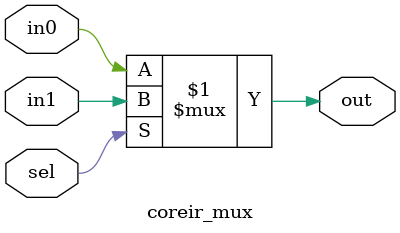
<source format=v>





module Mux2xOutBits32 (
    input [31:0] I0,
    input [31:0] I1,
    input S,
    output [31:0] O
);
wire [31:0] coreir_commonlib_mux2x32_inst0_out;
commonlib_muxn__N2__width32 coreir_commonlib_mux2x32_inst0 (
    .in_data_0(I0),
    .in_data_1(I1),
    .in_sel(S),
    .out(coreir_commonlib_mux2x32_inst0_out)
);
assign O = coreir_commonlib_mux2x32_inst0_out;
endmodule

module commonlib_muxn__N2__width32 (
    input [31:0] in_data_0,
    input [31:0] in_data_1,
    input [0:0] in_sel,
    output [31:0] out
);
wire [31:0] _join_out;
coreir_mux #(
    .width(32)
) _join (
    .in0(in_data_0),
    .in1(in_data_1),
    .sel(in_sel[0]),
    .out(_join_out)
);
assign out = _join_out;
endmodule

module coreir_mux #(
    parameter width = 1
) (
    input [width-1:0] in0,
    input [width-1:0] in1,
    input sel,
    output [width-1:0] out
);
  assign out = sel ? in1 : in0;
endmodule

</source>
